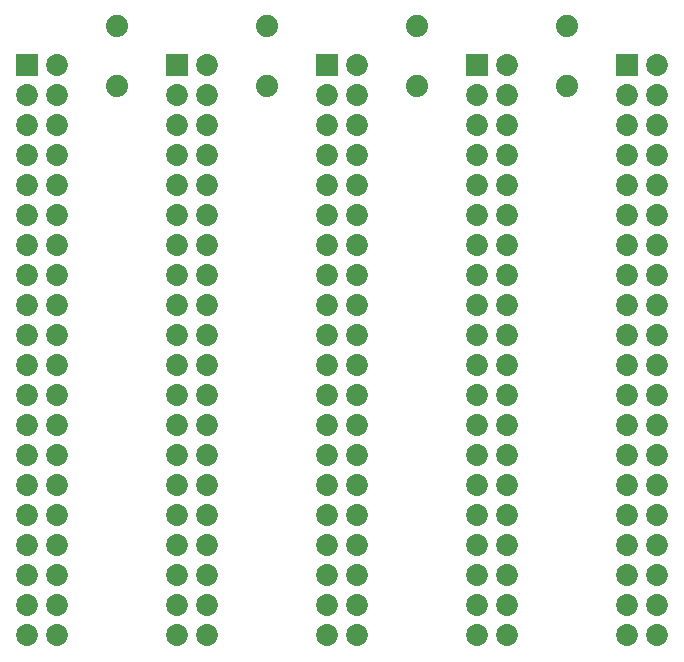
<source format=gbs>
%FSLAX23Y23*%
%MOIN*%
G70*
G01*
G75*
G04 Layer_Color=16711935*
%ADD10C,0.010*%
%ADD11C,0.012*%
%ADD12C,0.065*%
%ADD13R,0.065X0.065*%
%ADD14C,0.066*%
%ADD15C,0.008*%
%ADD16C,0.073*%
%ADD17R,0.073X0.073*%
%ADD18C,0.074*%
D16*
X2300Y3300D02*
D03*
Y3400D02*
D03*
Y3500D02*
D03*
Y3600D02*
D03*
Y3700D02*
D03*
Y3800D02*
D03*
Y3900D02*
D03*
Y4000D02*
D03*
Y4100D02*
D03*
Y4200D02*
D03*
Y4300D02*
D03*
Y4400D02*
D03*
Y4500D02*
D03*
Y4600D02*
D03*
Y4700D02*
D03*
Y4800D02*
D03*
Y4900D02*
D03*
Y5000D02*
D03*
Y5100D02*
D03*
Y5200D02*
D03*
X2200Y3300D02*
D03*
Y3400D02*
D03*
Y3500D02*
D03*
Y3600D02*
D03*
Y3700D02*
D03*
Y3800D02*
D03*
Y3900D02*
D03*
Y4000D02*
D03*
Y4100D02*
D03*
Y4200D02*
D03*
Y4300D02*
D03*
Y4400D02*
D03*
Y4500D02*
D03*
Y4600D02*
D03*
Y4700D02*
D03*
Y4800D02*
D03*
Y4900D02*
D03*
Y5000D02*
D03*
Y5100D02*
D03*
X4300Y3300D02*
D03*
Y3400D02*
D03*
Y3500D02*
D03*
Y3600D02*
D03*
Y3700D02*
D03*
Y3800D02*
D03*
Y3900D02*
D03*
Y4000D02*
D03*
Y4100D02*
D03*
Y4200D02*
D03*
Y4300D02*
D03*
Y4400D02*
D03*
Y4500D02*
D03*
Y4600D02*
D03*
Y4700D02*
D03*
Y4800D02*
D03*
Y4900D02*
D03*
Y5000D02*
D03*
Y5100D02*
D03*
Y5200D02*
D03*
X4200Y3300D02*
D03*
Y3400D02*
D03*
Y3500D02*
D03*
Y3600D02*
D03*
Y3700D02*
D03*
Y3800D02*
D03*
Y3900D02*
D03*
Y4000D02*
D03*
Y4100D02*
D03*
Y4200D02*
D03*
Y4300D02*
D03*
Y4400D02*
D03*
Y4500D02*
D03*
Y4600D02*
D03*
Y4700D02*
D03*
Y4800D02*
D03*
Y4900D02*
D03*
Y5000D02*
D03*
Y5100D02*
D03*
X2800Y3300D02*
D03*
Y3400D02*
D03*
Y3500D02*
D03*
Y3600D02*
D03*
Y3700D02*
D03*
Y3800D02*
D03*
Y3900D02*
D03*
Y4000D02*
D03*
Y4100D02*
D03*
Y4200D02*
D03*
Y4300D02*
D03*
Y4400D02*
D03*
Y4500D02*
D03*
Y4600D02*
D03*
Y4700D02*
D03*
Y4800D02*
D03*
Y4900D02*
D03*
Y5000D02*
D03*
Y5100D02*
D03*
Y5200D02*
D03*
X2700Y3300D02*
D03*
Y3400D02*
D03*
Y3500D02*
D03*
Y3600D02*
D03*
Y3700D02*
D03*
Y3800D02*
D03*
Y3900D02*
D03*
Y4000D02*
D03*
Y4100D02*
D03*
Y4200D02*
D03*
Y4300D02*
D03*
Y4400D02*
D03*
Y4500D02*
D03*
Y4600D02*
D03*
Y4700D02*
D03*
Y4800D02*
D03*
Y4900D02*
D03*
Y5000D02*
D03*
Y5100D02*
D03*
X3800Y3300D02*
D03*
Y3400D02*
D03*
Y3500D02*
D03*
Y3600D02*
D03*
Y3700D02*
D03*
Y3800D02*
D03*
Y3900D02*
D03*
Y4000D02*
D03*
Y4100D02*
D03*
Y4200D02*
D03*
Y4300D02*
D03*
Y4400D02*
D03*
Y4500D02*
D03*
Y4600D02*
D03*
Y4700D02*
D03*
Y4800D02*
D03*
Y4900D02*
D03*
Y5000D02*
D03*
Y5100D02*
D03*
Y5200D02*
D03*
X3700Y3300D02*
D03*
Y3400D02*
D03*
Y3500D02*
D03*
Y3600D02*
D03*
Y3700D02*
D03*
Y3800D02*
D03*
Y3900D02*
D03*
Y4000D02*
D03*
Y4100D02*
D03*
Y4200D02*
D03*
Y4300D02*
D03*
Y4400D02*
D03*
Y4500D02*
D03*
Y4600D02*
D03*
Y4700D02*
D03*
Y4800D02*
D03*
Y4900D02*
D03*
Y5000D02*
D03*
Y5100D02*
D03*
X3300Y3300D02*
D03*
Y3400D02*
D03*
Y3500D02*
D03*
Y3600D02*
D03*
Y3700D02*
D03*
Y3800D02*
D03*
Y3900D02*
D03*
Y4000D02*
D03*
Y4100D02*
D03*
Y4200D02*
D03*
Y4300D02*
D03*
Y4400D02*
D03*
Y4500D02*
D03*
Y4600D02*
D03*
Y4700D02*
D03*
Y4800D02*
D03*
Y4900D02*
D03*
Y5000D02*
D03*
Y5100D02*
D03*
Y5200D02*
D03*
X3200Y3300D02*
D03*
Y3400D02*
D03*
Y3500D02*
D03*
Y3600D02*
D03*
Y3700D02*
D03*
Y3800D02*
D03*
Y3900D02*
D03*
Y4000D02*
D03*
Y4100D02*
D03*
Y4200D02*
D03*
Y4300D02*
D03*
Y4400D02*
D03*
Y4500D02*
D03*
Y4600D02*
D03*
Y4700D02*
D03*
Y4800D02*
D03*
Y4900D02*
D03*
Y5000D02*
D03*
Y5100D02*
D03*
D17*
X2200Y5200D02*
D03*
X4200D02*
D03*
X2700D02*
D03*
X3700D02*
D03*
X3200D02*
D03*
D18*
X4000Y5330D02*
D03*
Y5130D02*
D03*
X3500D02*
D03*
Y5330D02*
D03*
X3000D02*
D03*
Y5130D02*
D03*
X2500D02*
D03*
Y5330D02*
D03*
M02*

</source>
